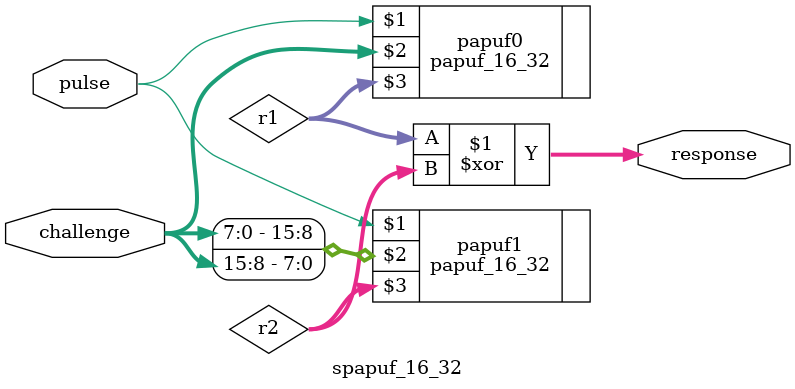
<source format=v>
module spapuf_16_32(
    input pulse,
    input [15:0]challenge,
    output [31:0]response
);


wire [31:0]r1,r2;

(* DONT_TOUCH = "yes" *)papuf_16_32 papuf0(pulse,challenge,r1);
(* DONT_TOUCH = "yes" *)papuf_16_32 papuf1(pulse,{challenge[7:0],challenge[15:8]},r2);

assign response = r1 ^ r2;


endmodule
</source>
